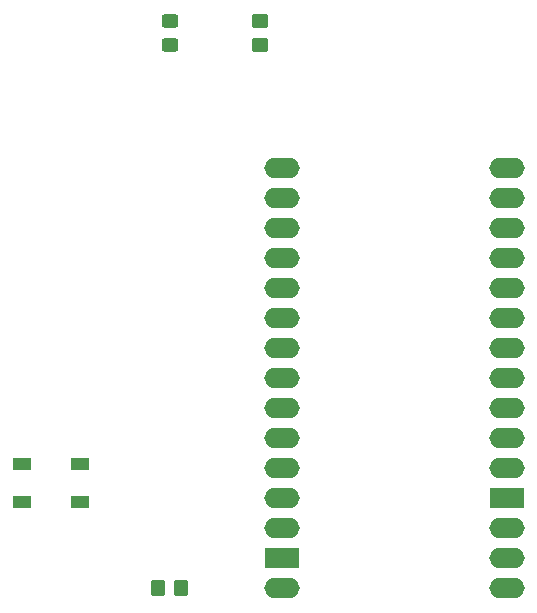
<source format=gbr>
%TF.GenerationSoftware,KiCad,Pcbnew,7.0.10*%
%TF.CreationDate,2024-02-04T18:22:09-08:00*%
%TF.ProjectId,514 pcb design,35313420-7063-4622-9064-657369676e2e,rev?*%
%TF.SameCoordinates,Original*%
%TF.FileFunction,Paste,Top*%
%TF.FilePolarity,Positive*%
%FSLAX46Y46*%
G04 Gerber Fmt 4.6, Leading zero omitted, Abs format (unit mm)*
G04 Created by KiCad (PCBNEW 7.0.10) date 2024-02-04 18:22:09*
%MOMM*%
%LPD*%
G01*
G04 APERTURE LIST*
G04 Aperture macros list*
%AMRoundRect*
0 Rectangle with rounded corners*
0 $1 Rounding radius*
0 $2 $3 $4 $5 $6 $7 $8 $9 X,Y pos of 4 corners*
0 Add a 4 corners polygon primitive as box body*
4,1,4,$2,$3,$4,$5,$6,$7,$8,$9,$2,$3,0*
0 Add four circle primitives for the rounded corners*
1,1,$1+$1,$2,$3*
1,1,$1+$1,$4,$5*
1,1,$1+$1,$6,$7*
1,1,$1+$1,$8,$9*
0 Add four rect primitives between the rounded corners*
20,1,$1+$1,$2,$3,$4,$5,0*
20,1,$1+$1,$4,$5,$6,$7,0*
20,1,$1+$1,$6,$7,$8,$9,0*
20,1,$1+$1,$8,$9,$2,$3,0*%
G04 Aperture macros list end*
%ADD10O,2.997200X1.727200*%
%ADD11R,2.997200X1.727200*%
%ADD12RoundRect,0.250000X0.450000X-0.350000X0.450000X0.350000X-0.450000X0.350000X-0.450000X-0.350000X0*%
%ADD13R,1.500000X1.000000*%
%ADD14RoundRect,0.250000X-0.450000X0.325000X-0.450000X-0.325000X0.450000X-0.325000X0.450000X0.325000X0*%
%ADD15RoundRect,0.250000X-0.350000X-0.450000X0.350000X-0.450000X0.350000X0.450000X-0.350000X0.450000X0*%
G04 APERTURE END LIST*
D10*
%TO.C,A2*%
X118745000Y-74930000D03*
X118745000Y-100330000D03*
X118745000Y-80010000D03*
X118745000Y-82550000D03*
X118745000Y-85090000D03*
X118745000Y-87630000D03*
X118745000Y-90170000D03*
X118745000Y-92710000D03*
X118745000Y-95250000D03*
X118745000Y-97790000D03*
X118745000Y-77470000D03*
X118745000Y-102870000D03*
X137795000Y-105410000D03*
X137795000Y-107950000D03*
X137795000Y-97790000D03*
X137795000Y-95250000D03*
X137795000Y-92710000D03*
X137795000Y-90170000D03*
X137795000Y-87630000D03*
X137795000Y-85090000D03*
X137795000Y-82550000D03*
X137795000Y-80010000D03*
X137795000Y-77470000D03*
X137795000Y-74930000D03*
X137795000Y-72390000D03*
X118745000Y-72390000D03*
D11*
X137795000Y-100330000D03*
X118745000Y-105410000D03*
D10*
X137795000Y-102870000D03*
X118745000Y-107950000D03*
%TD*%
D12*
%TO.C,R2*%
X116840000Y-59960000D03*
X116840000Y-61960000D03*
%TD*%
D13*
%TO.C,D1*%
X96700000Y-100660000D03*
X96700000Y-97460000D03*
X101600000Y-97460000D03*
X101600000Y-100660000D03*
%TD*%
D14*
%TO.C,D2*%
X109220000Y-59935000D03*
X109220000Y-61985000D03*
%TD*%
D15*
%TO.C,R1*%
X110220000Y-107950000D03*
X108220000Y-107950000D03*
%TD*%
M02*

</source>
